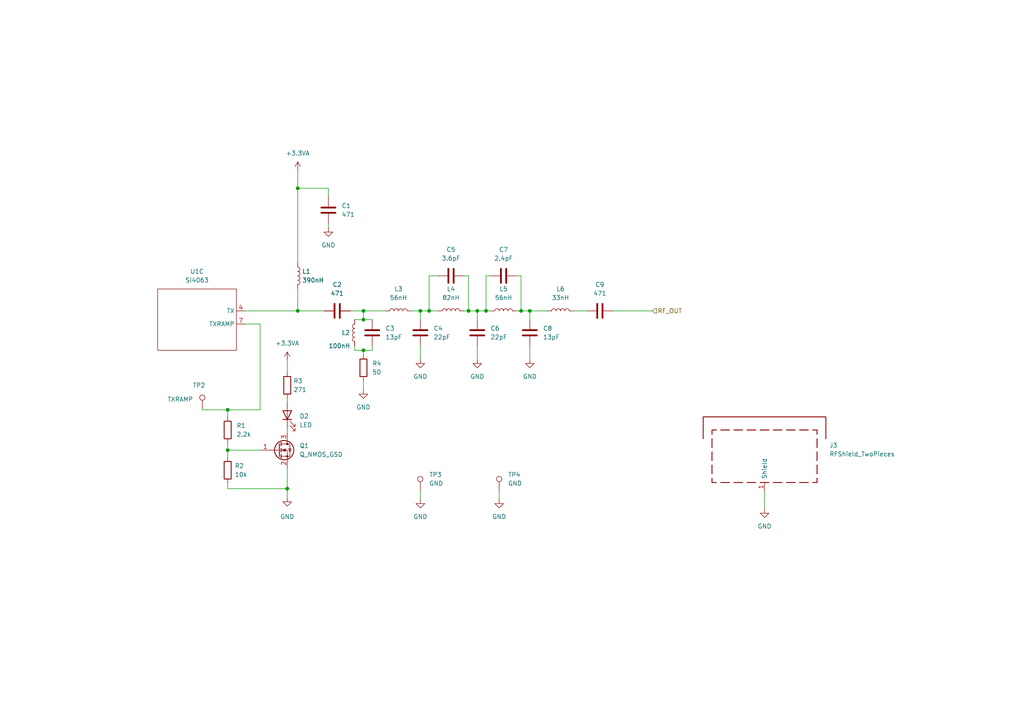
<source format=kicad_sch>
(kicad_sch (version 20211123) (generator eeschema)

  (uuid daad2d70-1883-4c92-9424-4bd12fbc072b)

  (paper "A4")

  (lib_symbols
    (symbol "Connector:TestPoint" (pin_numbers hide) (pin_names (offset 0.762) hide) (in_bom yes) (on_board yes)
      (property "Reference" "TP" (id 0) (at 0 6.858 0)
        (effects (font (size 1.27 1.27)))
      )
      (property "Value" "TestPoint" (id 1) (at 0 5.08 0)
        (effects (font (size 1.27 1.27)))
      )
      (property "Footprint" "" (id 2) (at 5.08 0 0)
        (effects (font (size 1.27 1.27)) hide)
      )
      (property "Datasheet" "~" (id 3) (at 5.08 0 0)
        (effects (font (size 1.27 1.27)) hide)
      )
      (property "ki_keywords" "test point tp" (id 4) (at 0 0 0)
        (effects (font (size 1.27 1.27)) hide)
      )
      (property "ki_description" "test point" (id 5) (at 0 0 0)
        (effects (font (size 1.27 1.27)) hide)
      )
      (property "ki_fp_filters" "Pin* Test*" (id 6) (at 0 0 0)
        (effects (font (size 1.27 1.27)) hide)
      )
      (symbol "TestPoint_0_1"
        (circle (center 0 3.302) (radius 0.762)
          (stroke (width 0) (type default) (color 0 0 0 0))
          (fill (type none))
        )
      )
      (symbol "TestPoint_1_1"
        (pin passive line (at 0 0 90) (length 2.54)
          (name "1" (effects (font (size 1.27 1.27))))
          (number "1" (effects (font (size 1.27 1.27))))
        )
      )
    )
    (symbol "Device:C" (pin_numbers hide) (pin_names (offset 0.254)) (in_bom yes) (on_board yes)
      (property "Reference" "C" (id 0) (at 0.635 2.54 0)
        (effects (font (size 1.27 1.27)) (justify left))
      )
      (property "Value" "C" (id 1) (at 0.635 -2.54 0)
        (effects (font (size 1.27 1.27)) (justify left))
      )
      (property "Footprint" "" (id 2) (at 0.9652 -3.81 0)
        (effects (font (size 1.27 1.27)) hide)
      )
      (property "Datasheet" "~" (id 3) (at 0 0 0)
        (effects (font (size 1.27 1.27)) hide)
      )
      (property "ki_keywords" "cap capacitor" (id 4) (at 0 0 0)
        (effects (font (size 1.27 1.27)) hide)
      )
      (property "ki_description" "Unpolarized capacitor" (id 5) (at 0 0 0)
        (effects (font (size 1.27 1.27)) hide)
      )
      (property "ki_fp_filters" "C_*" (id 6) (at 0 0 0)
        (effects (font (size 1.27 1.27)) hide)
      )
      (symbol "C_0_1"
        (polyline
          (pts
            (xy -2.032 -0.762)
            (xy 2.032 -0.762)
          )
          (stroke (width 0.508) (type default) (color 0 0 0 0))
          (fill (type none))
        )
        (polyline
          (pts
            (xy -2.032 0.762)
            (xy 2.032 0.762)
          )
          (stroke (width 0.508) (type default) (color 0 0 0 0))
          (fill (type none))
        )
      )
      (symbol "C_1_1"
        (pin passive line (at 0 3.81 270) (length 2.794)
          (name "~" (effects (font (size 1.27 1.27))))
          (number "1" (effects (font (size 1.27 1.27))))
        )
        (pin passive line (at 0 -3.81 90) (length 2.794)
          (name "~" (effects (font (size 1.27 1.27))))
          (number "2" (effects (font (size 1.27 1.27))))
        )
      )
    )
    (symbol "Device:L" (pin_numbers hide) (pin_names (offset 1.016) hide) (in_bom yes) (on_board yes)
      (property "Reference" "L" (id 0) (at -1.27 0 90)
        (effects (font (size 1.27 1.27)))
      )
      (property "Value" "L" (id 1) (at 1.905 0 90)
        (effects (font (size 1.27 1.27)))
      )
      (property "Footprint" "" (id 2) (at 0 0 0)
        (effects (font (size 1.27 1.27)) hide)
      )
      (property "Datasheet" "~" (id 3) (at 0 0 0)
        (effects (font (size 1.27 1.27)) hide)
      )
      (property "ki_keywords" "inductor choke coil reactor magnetic" (id 4) (at 0 0 0)
        (effects (font (size 1.27 1.27)) hide)
      )
      (property "ki_description" "Inductor" (id 5) (at 0 0 0)
        (effects (font (size 1.27 1.27)) hide)
      )
      (property "ki_fp_filters" "Choke_* *Coil* Inductor_* L_*" (id 6) (at 0 0 0)
        (effects (font (size 1.27 1.27)) hide)
      )
      (symbol "L_0_1"
        (arc (start 0 -2.54) (mid 0.635 -1.905) (end 0 -1.27)
          (stroke (width 0) (type default) (color 0 0 0 0))
          (fill (type none))
        )
        (arc (start 0 -1.27) (mid 0.635 -0.635) (end 0 0)
          (stroke (width 0) (type default) (color 0 0 0 0))
          (fill (type none))
        )
        (arc (start 0 0) (mid 0.635 0.635) (end 0 1.27)
          (stroke (width 0) (type default) (color 0 0 0 0))
          (fill (type none))
        )
        (arc (start 0 1.27) (mid 0.635 1.905) (end 0 2.54)
          (stroke (width 0) (type default) (color 0 0 0 0))
          (fill (type none))
        )
      )
      (symbol "L_1_1"
        (pin passive line (at 0 3.81 270) (length 1.27)
          (name "1" (effects (font (size 1.27 1.27))))
          (number "1" (effects (font (size 1.27 1.27))))
        )
        (pin passive line (at 0 -3.81 90) (length 1.27)
          (name "2" (effects (font (size 1.27 1.27))))
          (number "2" (effects (font (size 1.27 1.27))))
        )
      )
    )
    (symbol "Device:LED" (pin_numbers hide) (pin_names (offset 1.016) hide) (in_bom yes) (on_board yes)
      (property "Reference" "D" (id 0) (at 0 2.54 0)
        (effects (font (size 1.27 1.27)))
      )
      (property "Value" "LED" (id 1) (at 0 -2.54 0)
        (effects (font (size 1.27 1.27)))
      )
      (property "Footprint" "" (id 2) (at 0 0 0)
        (effects (font (size 1.27 1.27)) hide)
      )
      (property "Datasheet" "~" (id 3) (at 0 0 0)
        (effects (font (size 1.27 1.27)) hide)
      )
      (property "ki_keywords" "LED diode" (id 4) (at 0 0 0)
        (effects (font (size 1.27 1.27)) hide)
      )
      (property "ki_description" "Light emitting diode" (id 5) (at 0 0 0)
        (effects (font (size 1.27 1.27)) hide)
      )
      (property "ki_fp_filters" "LED* LED_SMD:* LED_THT:*" (id 6) (at 0 0 0)
        (effects (font (size 1.27 1.27)) hide)
      )
      (symbol "LED_0_1"
        (polyline
          (pts
            (xy -1.27 -1.27)
            (xy -1.27 1.27)
          )
          (stroke (width 0.254) (type default) (color 0 0 0 0))
          (fill (type none))
        )
        (polyline
          (pts
            (xy -1.27 0)
            (xy 1.27 0)
          )
          (stroke (width 0) (type default) (color 0 0 0 0))
          (fill (type none))
        )
        (polyline
          (pts
            (xy 1.27 -1.27)
            (xy 1.27 1.27)
            (xy -1.27 0)
            (xy 1.27 -1.27)
          )
          (stroke (width 0.254) (type default) (color 0 0 0 0))
          (fill (type none))
        )
        (polyline
          (pts
            (xy -3.048 -0.762)
            (xy -4.572 -2.286)
            (xy -3.81 -2.286)
            (xy -4.572 -2.286)
            (xy -4.572 -1.524)
          )
          (stroke (width 0) (type default) (color 0 0 0 0))
          (fill (type none))
        )
        (polyline
          (pts
            (xy -1.778 -0.762)
            (xy -3.302 -2.286)
            (xy -2.54 -2.286)
            (xy -3.302 -2.286)
            (xy -3.302 -1.524)
          )
          (stroke (width 0) (type default) (color 0 0 0 0))
          (fill (type none))
        )
      )
      (symbol "LED_1_1"
        (pin passive line (at -3.81 0 0) (length 2.54)
          (name "K" (effects (font (size 1.27 1.27))))
          (number "1" (effects (font (size 1.27 1.27))))
        )
        (pin passive line (at 3.81 0 180) (length 2.54)
          (name "A" (effects (font (size 1.27 1.27))))
          (number "2" (effects (font (size 1.27 1.27))))
        )
      )
    )
    (symbol "Device:Q_NMOS_GSD" (pin_names (offset 0) hide) (in_bom yes) (on_board yes)
      (property "Reference" "Q" (id 0) (at 5.08 1.27 0)
        (effects (font (size 1.27 1.27)) (justify left))
      )
      (property "Value" "Q_NMOS_GSD" (id 1) (at 5.08 -1.27 0)
        (effects (font (size 1.27 1.27)) (justify left))
      )
      (property "Footprint" "" (id 2) (at 5.08 2.54 0)
        (effects (font (size 1.27 1.27)) hide)
      )
      (property "Datasheet" "~" (id 3) (at 0 0 0)
        (effects (font (size 1.27 1.27)) hide)
      )
      (property "ki_keywords" "transistor NMOS N-MOS N-MOSFET" (id 4) (at 0 0 0)
        (effects (font (size 1.27 1.27)) hide)
      )
      (property "ki_description" "N-MOSFET transistor, gate/source/drain" (id 5) (at 0 0 0)
        (effects (font (size 1.27 1.27)) hide)
      )
      (symbol "Q_NMOS_GSD_0_1"
        (polyline
          (pts
            (xy 0.254 0)
            (xy -2.54 0)
          )
          (stroke (width 0) (type default) (color 0 0 0 0))
          (fill (type none))
        )
        (polyline
          (pts
            (xy 0.254 1.905)
            (xy 0.254 -1.905)
          )
          (stroke (width 0.254) (type default) (color 0 0 0 0))
          (fill (type none))
        )
        (polyline
          (pts
            (xy 0.762 -1.27)
            (xy 0.762 -2.286)
          )
          (stroke (width 0.254) (type default) (color 0 0 0 0))
          (fill (type none))
        )
        (polyline
          (pts
            (xy 0.762 0.508)
            (xy 0.762 -0.508)
          )
          (stroke (width 0.254) (type default) (color 0 0 0 0))
          (fill (type none))
        )
        (polyline
          (pts
            (xy 0.762 2.286)
            (xy 0.762 1.27)
          )
          (stroke (width 0.254) (type default) (color 0 0 0 0))
          (fill (type none))
        )
        (polyline
          (pts
            (xy 2.54 2.54)
            (xy 2.54 1.778)
          )
          (stroke (width 0) (type default) (color 0 0 0 0))
          (fill (type none))
        )
        (polyline
          (pts
            (xy 2.54 -2.54)
            (xy 2.54 0)
            (xy 0.762 0)
          )
          (stroke (width 0) (type default) (color 0 0 0 0))
          (fill (type none))
        )
        (polyline
          (pts
            (xy 0.762 -1.778)
            (xy 3.302 -1.778)
            (xy 3.302 1.778)
            (xy 0.762 1.778)
          )
          (stroke (width 0) (type default) (color 0 0 0 0))
          (fill (type none))
        )
        (polyline
          (pts
            (xy 1.016 0)
            (xy 2.032 0.381)
            (xy 2.032 -0.381)
            (xy 1.016 0)
          )
          (stroke (width 0) (type default) (color 0 0 0 0))
          (fill (type outline))
        )
        (polyline
          (pts
            (xy 2.794 0.508)
            (xy 2.921 0.381)
            (xy 3.683 0.381)
            (xy 3.81 0.254)
          )
          (stroke (width 0) (type default) (color 0 0 0 0))
          (fill (type none))
        )
        (polyline
          (pts
            (xy 3.302 0.381)
            (xy 2.921 -0.254)
            (xy 3.683 -0.254)
            (xy 3.302 0.381)
          )
          (stroke (width 0) (type default) (color 0 0 0 0))
          (fill (type none))
        )
        (circle (center 1.651 0) (radius 2.794)
          (stroke (width 0.254) (type default) (color 0 0 0 0))
          (fill (type none))
        )
        (circle (center 2.54 -1.778) (radius 0.254)
          (stroke (width 0) (type default) (color 0 0 0 0))
          (fill (type outline))
        )
        (circle (center 2.54 1.778) (radius 0.254)
          (stroke (width 0) (type default) (color 0 0 0 0))
          (fill (type outline))
        )
      )
      (symbol "Q_NMOS_GSD_1_1"
        (pin input line (at -5.08 0 0) (length 2.54)
          (name "G" (effects (font (size 1.27 1.27))))
          (number "1" (effects (font (size 1.27 1.27))))
        )
        (pin passive line (at 2.54 -5.08 90) (length 2.54)
          (name "S" (effects (font (size 1.27 1.27))))
          (number "2" (effects (font (size 1.27 1.27))))
        )
        (pin passive line (at 2.54 5.08 270) (length 2.54)
          (name "D" (effects (font (size 1.27 1.27))))
          (number "3" (effects (font (size 1.27 1.27))))
        )
      )
    )
    (symbol "Device:R" (pin_numbers hide) (pin_names (offset 0)) (in_bom yes) (on_board yes)
      (property "Reference" "R" (id 0) (at 2.032 0 90)
        (effects (font (size 1.27 1.27)))
      )
      (property "Value" "R" (id 1) (at 0 0 90)
        (effects (font (size 1.27 1.27)))
      )
      (property "Footprint" "" (id 2) (at -1.778 0 90)
        (effects (font (size 1.27 1.27)) hide)
      )
      (property "Datasheet" "~" (id 3) (at 0 0 0)
        (effects (font (size 1.27 1.27)) hide)
      )
      (property "ki_keywords" "R res resistor" (id 4) (at 0 0 0)
        (effects (font (size 1.27 1.27)) hide)
      )
      (property "ki_description" "Resistor" (id 5) (at 0 0 0)
        (effects (font (size 1.27 1.27)) hide)
      )
      (property "ki_fp_filters" "R_*" (id 6) (at 0 0 0)
        (effects (font (size 1.27 1.27)) hide)
      )
      (symbol "R_0_1"
        (rectangle (start -1.016 -2.54) (end 1.016 2.54)
          (stroke (width 0.254) (type default) (color 0 0 0 0))
          (fill (type none))
        )
      )
      (symbol "R_1_1"
        (pin passive line (at 0 3.81 270) (length 1.27)
          (name "~" (effects (font (size 1.27 1.27))))
          (number "1" (effects (font (size 1.27 1.27))))
        )
        (pin passive line (at 0 -3.81 90) (length 1.27)
          (name "~" (effects (font (size 1.27 1.27))))
          (number "2" (effects (font (size 1.27 1.27))))
        )
      )
    )
    (symbol "Device:RFShield_TwoPieces" (pin_names (offset 1.016)) (in_bom yes) (on_board yes)
      (property "Reference" "J3" (id 0) (at 18.796 3.1751 0)
        (effects (font (size 1.27 1.27)) (justify left))
      )
      (property "Value" "RFShield_TwoPieces" (id 1) (at 18.796 0.6351 0)
        (effects (font (size 1.27 1.27)) (justify left))
      )
      (property "Footprint" "RF_Shielding:Laird_Technologies_BMI-S-210-F_44.00x30.50mm" (id 2) (at 0 -2.54 0)
        (effects (font (size 1.27 1.27)) hide)
      )
      (property "Datasheet" "~" (id 3) (at 0 -2.54 0)
        (effects (font (size 1.27 1.27)) hide)
      )
      (property "ki_keywords" "RF EMI shielding cabinet" (id 4) (at 0 0 0)
        (effects (font (size 1.27 1.27)) hide)
      )
      (property "ki_description" "Two-piece EMI RF shielding cabinet" (id 5) (at 0 0 0)
        (effects (font (size 1.27 1.27)) hide)
      )
      (symbol "RFShield_TwoPieces_0_1"
        (polyline
          (pts
            (xy -15.24 -5.08)
            (xy -15.24 -2.54)
          )
          (stroke (width 0.254) (type default) (color 0 0 0 0))
          (fill (type none))
        )
        (polyline
          (pts
            (xy -15.24 -1.27)
            (xy -15.24 1.27)
          )
          (stroke (width 0.254) (type default) (color 0 0 0 0))
          (fill (type none))
        )
        (polyline
          (pts
            (xy -15.24 2.54)
            (xy -15.24 5.08)
          )
          (stroke (width 0.254) (type default) (color 0 0 0 0))
          (fill (type none))
        )
        (polyline
          (pts
            (xy -12.7 7.62)
            (xy -10.16 7.62)
          )
          (stroke (width 0.254) (type default) (color 0 0 0 0))
          (fill (type none))
        )
        (polyline
          (pts
            (xy -10.16 -7.62)
            (xy -12.7 -7.62)
          )
          (stroke (width 0.254) (type default) (color 0 0 0 0))
          (fill (type none))
        )
        (polyline
          (pts
            (xy -6.35 -7.62)
            (xy -8.89 -7.62)
          )
          (stroke (width 0.254) (type default) (color 0 0 0 0))
          (fill (type none))
        )
        (polyline
          (pts
            (xy -6.35 7.62)
            (xy -8.89 7.62)
          )
          (stroke (width 0.254) (type default) (color 0 0 0 0))
          (fill (type none))
        )
        (polyline
          (pts
            (xy -2.54 -7.62)
            (xy -5.08 -7.62)
          )
          (stroke (width 0.254) (type default) (color 0 0 0 0))
          (fill (type none))
        )
        (polyline
          (pts
            (xy -2.54 7.62)
            (xy -5.08 7.62)
          )
          (stroke (width 0.254) (type default) (color 0 0 0 0))
          (fill (type none))
        )
        (polyline
          (pts
            (xy -1.27 -7.62)
            (xy 1.27 -7.62)
          )
          (stroke (width 0.254) (type default) (color 0 0 0 0))
          (fill (type none))
        )
        (polyline
          (pts
            (xy 1.27 7.62)
            (xy -1.27 7.62)
          )
          (stroke (width 0.254) (type default) (color 0 0 0 0))
          (fill (type none))
        )
        (polyline
          (pts
            (xy 2.54 -7.62)
            (xy 5.08 -7.62)
          )
          (stroke (width 0.254) (type default) (color 0 0 0 0))
          (fill (type none))
        )
        (polyline
          (pts
            (xy 5.08 7.62)
            (xy 2.54 7.62)
          )
          (stroke (width 0.254) (type default) (color 0 0 0 0))
          (fill (type none))
        )
        (polyline
          (pts
            (xy 6.35 -7.62)
            (xy 8.89 -7.62)
          )
          (stroke (width 0.254) (type default) (color 0 0 0 0))
          (fill (type none))
        )
        (polyline
          (pts
            (xy 8.89 7.62)
            (xy 6.35 7.62)
          )
          (stroke (width 0.254) (type default) (color 0 0 0 0))
          (fill (type none))
        )
        (polyline
          (pts
            (xy 10.16 -7.62)
            (xy 12.7 -7.62)
          )
          (stroke (width 0.254) (type default) (color 0 0 0 0))
          (fill (type none))
        )
        (polyline
          (pts
            (xy 12.7 7.62)
            (xy 10.16 7.62)
          )
          (stroke (width 0.254) (type default) (color 0 0 0 0))
          (fill (type none))
        )
        (polyline
          (pts
            (xy 15.24 -5.08)
            (xy 15.24 -2.54)
          )
          (stroke (width 0.254) (type default) (color 0 0 0 0))
          (fill (type none))
        )
        (polyline
          (pts
            (xy 15.24 -1.27)
            (xy 15.24 1.27)
          )
          (stroke (width 0.254) (type default) (color 0 0 0 0))
          (fill (type none))
        )
        (polyline
          (pts
            (xy 15.24 2.54)
            (xy 15.24 5.08)
          )
          (stroke (width 0.254) (type default) (color 0 0 0 0))
          (fill (type none))
        )
        (polyline
          (pts
            (xy -15.24 6.35)
            (xy -15.24 7.62)
            (xy -13.97 7.62)
          )
          (stroke (width 0.254) (type default) (color 0 0 0 0))
          (fill (type none))
        )
        (polyline
          (pts
            (xy -13.97 -7.62)
            (xy -15.24 -7.62)
            (xy -15.24 -6.35)
          )
          (stroke (width 0.254) (type default) (color 0 0 0 0))
          (fill (type none))
        )
        (polyline
          (pts
            (xy 13.97 -7.62)
            (xy 15.24 -7.62)
            (xy 15.24 -6.35)
          )
          (stroke (width 0.254) (type default) (color 0 0 0 0))
          (fill (type none))
        )
        (polyline
          (pts
            (xy 15.24 6.35)
            (xy 15.24 7.62)
            (xy 13.97 7.62)
          )
          (stroke (width 0.254) (type default) (color 0 0 0 0))
          (fill (type none))
        )
        (polyline
          (pts
            (xy -17.78 5.08)
            (xy -17.78 11.43)
            (xy 17.78 11.43)
            (xy 17.78 5.08)
          )
          (stroke (width 0.254) (type default) (color 0 0 0 0))
          (fill (type none))
        )
      )
      (symbol "RFShield_TwoPieces_1_1"
        (pin passive line (at 0 -10.16 90) (length 2.54)
          (name "Shield" (effects (font (size 1.27 1.27))))
          (number "1" (effects (font (size 1.27 1.27))))
        )
      )
    )
    (symbol "My_Library2:Si4063" (in_bom yes) (on_board yes)
      (property "Reference" "U" (id 0) (at 0 1.27 0)
        (effects (font (size 1.27 1.27)))
      )
      (property "Value" "Si4063" (id 1) (at -1.27 -1.27 0)
        (effects (font (size 1.27 1.27)))
      )
      (property "Footprint" "" (id 2) (at 0 2.54 0)
        (effects (font (size 1.27 1.27)) hide)
      )
      (property "Datasheet" "" (id 3) (at 0 2.54 0)
        (effects (font (size 1.27 1.27)) hide)
      )
      (symbol "Si4063_0_1"
        (rectangle (start -11.43 8.89) (end 11.43 -8.89)
          (stroke (width 0) (type default) (color 0 0 0 0))
          (fill (type none))
        )
      )
      (symbol "Si4063_1_1"
        (pin input line (at -13.97 6.35 0) (length 2.54)
          (name "SDN" (effects (font (size 1.27 1.27))))
          (number "1" (effects (font (size 1.27 1.27))))
        )
        (pin bidirectional line (at 13.97 -1.27 180) (length 2.54)
          (name "GPIO1" (effects (font (size 1.27 1.27))))
          (number "10" (effects (font (size 1.27 1.27))))
        )
        (pin output line (at 13.97 6.35 180) (length 2.54)
          (name "nIRQ" (effects (font (size 1.27 1.27))))
          (number "11" (effects (font (size 1.27 1.27))))
        )
        (pin input line (at -13.97 1.27 0) (length 2.54)
          (name "SCLK" (effects (font (size 1.27 1.27))))
          (number "12" (effects (font (size 1.27 1.27))))
        )
        (pin output line (at -13.97 -1.27 0) (length 2.54)
          (name "SDO" (effects (font (size 1.27 1.27))))
          (number "13" (effects (font (size 1.27 1.27))))
        )
        (pin input line (at -13.97 -3.81 0) (length 2.54)
          (name "SDI" (effects (font (size 1.27 1.27))))
          (number "14" (effects (font (size 1.27 1.27))))
        )
        (pin input line (at -13.97 -6.35 0) (length 2.54)
          (name "nSEL" (effects (font (size 1.27 1.27))))
          (number "15" (effects (font (size 1.27 1.27))))
        )
        (pin bidirectional line (at 13.97 -3.81 180) (length 2.54)
          (name "GPIO2" (effects (font (size 1.27 1.27))))
          (number "19" (effects (font (size 1.27 1.27))))
        )
        (pin bidirectional line (at 13.97 -6.35 180) (length 2.54)
          (name "GPIO3" (effects (font (size 1.27 1.27))))
          (number "20" (effects (font (size 1.27 1.27))))
        )
        (pin bidirectional line (at 13.97 1.27 180) (length 2.54)
          (name "GPIO0" (effects (font (size 1.27 1.27))))
          (number "9" (effects (font (size 1.27 1.27))))
        )
      )
      (symbol "Si4063_2_1"
        (pin output line (at -13.97 0 0) (length 2.54)
          (name "XOUT" (effects (font (size 1.27 1.27))))
          (number "16" (effects (font (size 1.27 1.27))))
        )
        (pin input line (at -13.97 2.54 0) (length 2.54)
          (name "XIN" (effects (font (size 1.27 1.27))))
          (number "17" (effects (font (size 1.27 1.27))))
        )
        (pin power_in line (at 5.08 -11.43 90) (length 2.54)
          (name "GND" (effects (font (size 1.27 1.27))))
          (number "18" (effects (font (size 1.27 1.27))))
        )
        (pin no_connect line (at -7.62 -11.43 90) (length 2.54)
          (name "NC" (effects (font (size 1.27 1.27))))
          (number "2" (effects (font (size 1.27 1.27))))
        )
        (pin no_connect line (at -5.08 -11.43 90) (length 2.54)
          (name "NC" (effects (font (size 1.27 1.27))))
          (number "3" (effects (font (size 1.27 1.27))))
        )
        (pin input line (at 0 -11.43 90) (length 2.54)
          (name "NC" (effects (font (size 1.27 1.27))))
          (number "5" (effects (font (size 1.27 1.27))))
        )
        (pin power_in line (at -5.08 11.43 270) (length 2.54)
          (name "VDD" (effects (font (size 1.27 1.27))))
          (number "6" (effects (font (size 1.27 1.27))))
        )
        (pin power_in line (at -2.54 11.43 270) (length 2.54)
          (name "VDD" (effects (font (size 1.27 1.27))))
          (number "8" (effects (font (size 1.27 1.27))))
        )
        (pin power_in line (at 8.89 -11.43 90) (length 2.54)
          (name "PADDLE" (effects (font (size 1.27 1.27))))
          (number "PKG" (effects (font (size 1.27 1.27))))
        )
      )
      (symbol "Si4063_3_1"
        (pin output line (at 13.97 2.54 180) (length 2.54)
          (name "TX" (effects (font (size 1.27 1.27))))
          (number "4" (effects (font (size 1.27 1.27))))
        )
        (pin output line (at 13.97 -1.27 180) (length 2.54)
          (name "TXRAMP" (effects (font (size 1.27 1.27))))
          (number "7" (effects (font (size 1.27 1.27))))
        )
      )
    )
    (symbol "power:+3.3VA" (power) (pin_names (offset 0)) (in_bom yes) (on_board yes)
      (property "Reference" "#PWR" (id 0) (at 0 -3.81 0)
        (effects (font (size 1.27 1.27)) hide)
      )
      (property "Value" "+3.3VA" (id 1) (at 0 3.556 0)
        (effects (font (size 1.27 1.27)))
      )
      (property "Footprint" "" (id 2) (at 0 0 0)
        (effects (font (size 1.27 1.27)) hide)
      )
      (property "Datasheet" "" (id 3) (at 0 0 0)
        (effects (font (size 1.27 1.27)) hide)
      )
      (property "ki_keywords" "power-flag" (id 4) (at 0 0 0)
        (effects (font (size 1.27 1.27)) hide)
      )
      (property "ki_description" "Power symbol creates a global label with name \"+3.3VA\"" (id 5) (at 0 0 0)
        (effects (font (size 1.27 1.27)) hide)
      )
      (symbol "+3.3VA_0_1"
        (polyline
          (pts
            (xy -0.762 1.27)
            (xy 0 2.54)
          )
          (stroke (width 0) (type default) (color 0 0 0 0))
          (fill (type none))
        )
        (polyline
          (pts
            (xy 0 0)
            (xy 0 2.54)
          )
          (stroke (width 0) (type default) (color 0 0 0 0))
          (fill (type none))
        )
        (polyline
          (pts
            (xy 0 2.54)
            (xy 0.762 1.27)
          )
          (stroke (width 0) (type default) (color 0 0 0 0))
          (fill (type none))
        )
      )
      (symbol "+3.3VA_1_1"
        (pin power_in line (at 0 0 90) (length 0) hide
          (name "+3.3VA" (effects (font (size 1.27 1.27))))
          (number "1" (effects (font (size 1.27 1.27))))
        )
      )
    )
    (symbol "power:GND" (power) (pin_names (offset 0)) (in_bom yes) (on_board yes)
      (property "Reference" "#PWR" (id 0) (at 0 -6.35 0)
        (effects (font (size 1.27 1.27)) hide)
      )
      (property "Value" "GND" (id 1) (at 0 -3.81 0)
        (effects (font (size 1.27 1.27)))
      )
      (property "Footprint" "" (id 2) (at 0 0 0)
        (effects (font (size 1.27 1.27)) hide)
      )
      (property "Datasheet" "" (id 3) (at 0 0 0)
        (effects (font (size 1.27 1.27)) hide)
      )
      (property "ki_keywords" "power-flag" (id 4) (at 0 0 0)
        (effects (font (size 1.27 1.27)) hide)
      )
      (property "ki_description" "Power symbol creates a global label with name \"GND\" , ground" (id 5) (at 0 0 0)
        (effects (font (size 1.27 1.27)) hide)
      )
      (symbol "GND_0_1"
        (polyline
          (pts
            (xy 0 0)
            (xy 0 -1.27)
            (xy 1.27 -1.27)
            (xy 0 -2.54)
            (xy -1.27 -1.27)
            (xy 0 -1.27)
          )
          (stroke (width 0) (type default) (color 0 0 0 0))
          (fill (type none))
        )
      )
      (symbol "GND_1_1"
        (pin power_in line (at 0 0 270) (length 0) hide
          (name "GND" (effects (font (size 1.27 1.27))))
          (number "1" (effects (font (size 1.27 1.27))))
        )
      )
    )
  )

  (junction (at 121.92 90.17) (diameter 0) (color 0 0 0 0)
    (uuid 0a4ff4af-a0bd-4800-9450-e8abf457521f)
  )
  (junction (at 140.97 90.17) (diameter 0) (color 0 0 0 0)
    (uuid 0a5e9949-a51f-49d5-bba9-47733ca7ad39)
  )
  (junction (at 151.13 90.17) (diameter 0) (color 0 0 0 0)
    (uuid 1dbd7780-908c-4b39-8bc7-b45a048da4fc)
  )
  (junction (at 86.36 54.61) (diameter 0) (color 0 0 0 0)
    (uuid 29a5dbe2-d758-4686-908f-b2995eab18fb)
  )
  (junction (at 153.67 90.17) (diameter 0) (color 0 0 0 0)
    (uuid 30f604c2-207c-43be-b07c-b0545e049516)
  )
  (junction (at 86.36 90.17) (diameter 0) (color 0 0 0 0)
    (uuid 420e44f3-07c2-4b24-a9a8-343123dceb6d)
  )
  (junction (at 105.41 90.17) (diameter 0) (color 0 0 0 0)
    (uuid 64085320-7891-4b59-8dad-2889e619957e)
  )
  (junction (at 138.43 90.17) (diameter 0) (color 0 0 0 0)
    (uuid 7ff75b93-fa57-4cb5-b42e-0ae01da47d0a)
  )
  (junction (at 124.46 90.17) (diameter 0) (color 0 0 0 0)
    (uuid 9397174a-8e94-478e-820b-7573e480cd33)
  )
  (junction (at 105.41 92.71) (diameter 0) (color 0 0 0 0)
    (uuid 9c818154-d0d9-4270-b1a4-0da618e5431a)
  )
  (junction (at 66.04 130.556) (diameter 0) (color 0 0 0 0)
    (uuid a26f00c2-7b1d-413d-bf06-9d7ccac14139)
  )
  (junction (at 105.41 101.6) (diameter 0) (color 0 0 0 0)
    (uuid a845a38f-b4e4-4c23-9ea2-8976943e8ec7)
  )
  (junction (at 66.04 118.872) (diameter 0) (color 0 0 0 0)
    (uuid df6dfc61-2fb1-4614-90bd-99d03c04a072)
  )
  (junction (at 135.89 90.17) (diameter 0) (color 0 0 0 0)
    (uuid e8cc6529-894c-48e6-8766-4d2613d9184d)
  )
  (junction (at 83.312 141.732) (diameter 0) (color 0 0 0 0)
    (uuid f7d57b30-0163-4ad3-8721-7f8f70c6d4f9)
  )

  (wire (pts (xy 83.312 141.732) (xy 83.312 144.272))
    (stroke (width 0) (type default) (color 0 0 0 0))
    (uuid 04bf24e3-688e-4f6b-8f86-cdb36e214dac)
  )
  (wire (pts (xy 124.46 80.01) (xy 124.46 90.17))
    (stroke (width 0) (type default) (color 0 0 0 0))
    (uuid 0737b11c-482d-4164-95a5-3469c252a277)
  )
  (wire (pts (xy 105.41 110.49) (xy 105.41 113.03))
    (stroke (width 0) (type default) (color 0 0 0 0))
    (uuid 07af717d-13a4-4135-b58b-3e1765db29eb)
  )
  (wire (pts (xy 138.43 90.17) (xy 140.97 90.17))
    (stroke (width 0) (type default) (color 0 0 0 0))
    (uuid 091c233b-4b11-4b83-bbb7-d061d3fa476f)
  )
  (wire (pts (xy 102.87 101.6) (xy 105.41 101.6))
    (stroke (width 0) (type default) (color 0 0 0 0))
    (uuid 0b86030a-37d4-4de5-b017-767f20e5c8cb)
  )
  (wire (pts (xy 95.25 64.77) (xy 95.25 66.04))
    (stroke (width 0) (type default) (color 0 0 0 0))
    (uuid 0d6df314-a605-4854-bd15-0663eb6e509f)
  )
  (wire (pts (xy 66.04 118.872) (xy 75.438 118.872))
    (stroke (width 0) (type default) (color 0 0 0 0))
    (uuid 12764181-09ab-4af6-bbca-d38f30563a5b)
  )
  (wire (pts (xy 153.67 100.33) (xy 153.67 104.14))
    (stroke (width 0) (type default) (color 0 0 0 0))
    (uuid 141fdd12-60c7-48bb-b1c0-410f478db64e)
  )
  (wire (pts (xy 83.312 115.57) (xy 83.312 116.586))
    (stroke (width 0) (type default) (color 0 0 0 0))
    (uuid 1a7849d7-bf82-4034-a684-c921ae24f31a)
  )
  (wire (pts (xy 119.38 90.17) (xy 121.92 90.17))
    (stroke (width 0) (type default) (color 0 0 0 0))
    (uuid 1b3ad0de-b29c-4280-9ce4-5301dea78f7d)
  )
  (wire (pts (xy 149.86 80.01) (xy 151.13 80.01))
    (stroke (width 0) (type default) (color 0 0 0 0))
    (uuid 2225b722-1600-4085-bb0c-24db953d9018)
  )
  (wire (pts (xy 135.89 80.01) (xy 135.89 90.17))
    (stroke (width 0) (type default) (color 0 0 0 0))
    (uuid 32cce22c-17fb-4762-8d06-d1e80f0ad77b)
  )
  (wire (pts (xy 121.92 90.17) (xy 121.92 92.71))
    (stroke (width 0) (type default) (color 0 0 0 0))
    (uuid 3408a4ad-184e-466d-ac61-7d244e99f1d3)
  )
  (wire (pts (xy 95.25 54.61) (xy 86.36 54.61))
    (stroke (width 0) (type default) (color 0 0 0 0))
    (uuid 34ce90db-2ed4-4868-be09-6034e428e4e6)
  )
  (wire (pts (xy 102.87 92.71) (xy 105.41 92.71))
    (stroke (width 0) (type default) (color 0 0 0 0))
    (uuid 36b44832-2435-4de1-862c-b9edc6827371)
  )
  (wire (pts (xy 140.97 90.17) (xy 142.24 90.17))
    (stroke (width 0) (type default) (color 0 0 0 0))
    (uuid 3d20c4da-0b14-4dbe-8459-e759c97b5a94)
  )
  (wire (pts (xy 105.41 92.71) (xy 107.95 92.71))
    (stroke (width 0) (type default) (color 0 0 0 0))
    (uuid 3e58a942-2059-4499-afb7-f3587af4120b)
  )
  (wire (pts (xy 66.04 130.556) (xy 75.692 130.556))
    (stroke (width 0) (type default) (color 0 0 0 0))
    (uuid 3fabb787-31c4-4bb4-9980-743bad4fe42d)
  )
  (wire (pts (xy 75.438 93.98) (xy 75.438 118.872))
    (stroke (width 0) (type default) (color 0 0 0 0))
    (uuid 41a3d7a8-6166-4dcc-bd70-02425bf085d0)
  )
  (wire (pts (xy 140.97 90.17) (xy 140.97 80.01))
    (stroke (width 0) (type default) (color 0 0 0 0))
    (uuid 44365847-4c26-499f-bb21-ca530895a404)
  )
  (wire (pts (xy 121.92 142.24) (xy 121.92 144.78))
    (stroke (width 0) (type default) (color 0 0 0 0))
    (uuid 44732221-c4df-44fe-8d36-90d52793c650)
  )
  (wire (pts (xy 134.62 80.01) (xy 135.89 80.01))
    (stroke (width 0) (type default) (color 0 0 0 0))
    (uuid 47b599d0-4948-43fb-81ba-271909ec40f2)
  )
  (wire (pts (xy 101.6 90.17) (xy 105.41 90.17))
    (stroke (width 0) (type default) (color 0 0 0 0))
    (uuid 483c2061-793e-48f6-bc44-f6e51099a7dd)
  )
  (wire (pts (xy 107.95 101.6) (xy 107.95 100.33))
    (stroke (width 0) (type default) (color 0 0 0 0))
    (uuid 4fac4828-47bf-48ff-a95e-e8015fe3cb78)
  )
  (wire (pts (xy 86.36 83.82) (xy 86.36 90.17))
    (stroke (width 0) (type default) (color 0 0 0 0))
    (uuid 503a606d-1650-4ce3-beba-9192f27dcc06)
  )
  (wire (pts (xy 66.04 141.732) (xy 83.312 141.732))
    (stroke (width 0) (type default) (color 0 0 0 0))
    (uuid 5116634f-60f3-4fbd-bce5-1665ec0c8ba1)
  )
  (wire (pts (xy 105.41 90.17) (xy 105.41 92.71))
    (stroke (width 0) (type default) (color 0 0 0 0))
    (uuid 51dd32e5-a0de-4cba-8a22-fdbec210c709)
  )
  (wire (pts (xy 144.78 142.24) (xy 144.78 144.78))
    (stroke (width 0) (type default) (color 0 0 0 0))
    (uuid 51f4a6b8-1130-4514-b5bf-b372355bbac4)
  )
  (wire (pts (xy 66.04 130.556) (xy 66.04 132.588))
    (stroke (width 0) (type default) (color 0 0 0 0))
    (uuid 530abbcd-3d1d-4473-a281-7936dad950f6)
  )
  (wire (pts (xy 105.41 101.6) (xy 105.41 102.87))
    (stroke (width 0) (type default) (color 0 0 0 0))
    (uuid 5f1a5417-f899-4c4f-8f15-9bf59f931f9c)
  )
  (wire (pts (xy 151.13 90.17) (xy 153.67 90.17))
    (stroke (width 0) (type default) (color 0 0 0 0))
    (uuid 63c3ddaa-2e8f-4827-90e8-3417dc02ae84)
  )
  (wire (pts (xy 83.312 104.648) (xy 83.312 107.95))
    (stroke (width 0) (type default) (color 0 0 0 0))
    (uuid 640538f5-8366-4625-902c-b1395e6930ce)
  )
  (wire (pts (xy 153.67 90.17) (xy 158.75 90.17))
    (stroke (width 0) (type default) (color 0 0 0 0))
    (uuid 690b6254-f73e-4ca2-a817-cefd5a3688f9)
  )
  (wire (pts (xy 149.86 90.17) (xy 151.13 90.17))
    (stroke (width 0) (type default) (color 0 0 0 0))
    (uuid 6a1c2b03-0af5-4b60-a63d-dd3db7646771)
  )
  (wire (pts (xy 221.742 142.494) (xy 221.742 147.574))
    (stroke (width 0) (type default) (color 0 0 0 0))
    (uuid 6b935120-52b0-4099-860b-db17eee393f9)
  )
  (wire (pts (xy 66.04 118.872) (xy 66.04 120.904))
    (stroke (width 0) (type default) (color 0 0 0 0))
    (uuid 71a39ed2-4a46-4895-8a78-365844066cd2)
  )
  (wire (pts (xy 86.36 49.53) (xy 86.36 54.61))
    (stroke (width 0) (type default) (color 0 0 0 0))
    (uuid 75310c93-83ed-4ad2-b8cb-0f1c110cda2c)
  )
  (wire (pts (xy 151.13 80.01) (xy 151.13 90.17))
    (stroke (width 0) (type default) (color 0 0 0 0))
    (uuid 7ad47b56-5bc9-4139-adf3-61d2007e2a1a)
  )
  (wire (pts (xy 140.97 80.01) (xy 142.24 80.01))
    (stroke (width 0) (type default) (color 0 0 0 0))
    (uuid 80e032d9-90fa-42ab-a32e-b0b5744ef982)
  )
  (wire (pts (xy 95.25 57.15) (xy 95.25 54.61))
    (stroke (width 0) (type default) (color 0 0 0 0))
    (uuid 84d2f826-06bf-4354-8982-e06fc0b905fe)
  )
  (wire (pts (xy 66.04 118.872) (xy 58.674 118.872))
    (stroke (width 0) (type default) (color 0 0 0 0))
    (uuid 8fae1479-c828-4669-978f-ccbf7cc2fee4)
  )
  (wire (pts (xy 83.312 124.206) (xy 83.312 125.476))
    (stroke (width 0) (type default) (color 0 0 0 0))
    (uuid 93283b92-1959-4901-a3b8-c20c6277806b)
  )
  (wire (pts (xy 102.87 100.33) (xy 102.87 101.6))
    (stroke (width 0) (type default) (color 0 0 0 0))
    (uuid a83e4dea-a02b-4ee7-80aa-494c1b33e6d4)
  )
  (wire (pts (xy 138.43 90.17) (xy 138.43 92.71))
    (stroke (width 0) (type default) (color 0 0 0 0))
    (uuid b66dbd74-0178-487d-8b8a-6c4be8673679)
  )
  (wire (pts (xy 134.62 90.17) (xy 135.89 90.17))
    (stroke (width 0) (type default) (color 0 0 0 0))
    (uuid b8e1990d-ddc5-45cd-a3d1-46661b973d28)
  )
  (wire (pts (xy 121.92 100.33) (xy 121.92 104.14))
    (stroke (width 0) (type default) (color 0 0 0 0))
    (uuid b8ee26b8-9ad6-4713-b780-7d2a29a49035)
  )
  (wire (pts (xy 138.43 100.33) (xy 138.43 104.14))
    (stroke (width 0) (type default) (color 0 0 0 0))
    (uuid ba6a3e09-177c-4187-b555-3d2c41218e21)
  )
  (wire (pts (xy 124.46 90.17) (xy 127 90.17))
    (stroke (width 0) (type default) (color 0 0 0 0))
    (uuid cbe45b3f-369c-409e-8126-0a799cbbad6c)
  )
  (wire (pts (xy 177.8 90.17) (xy 189.23 90.17))
    (stroke (width 0) (type default) (color 0 0 0 0))
    (uuid cd545f45-7d37-4454-a727-3317a969e13a)
  )
  (wire (pts (xy 105.41 101.6) (xy 107.95 101.6))
    (stroke (width 0) (type default) (color 0 0 0 0))
    (uuid cd8e7bc5-f212-462b-8acb-d8d860c07073)
  )
  (wire (pts (xy 135.89 90.17) (xy 138.43 90.17))
    (stroke (width 0) (type default) (color 0 0 0 0))
    (uuid ce46f974-4e56-49fd-a66d-be98cfb7a086)
  )
  (wire (pts (xy 105.41 90.17) (xy 111.76 90.17))
    (stroke (width 0) (type default) (color 0 0 0 0))
    (uuid d190ba1b-5049-4976-96cd-495f95b35eed)
  )
  (wire (pts (xy 66.04 140.208) (xy 66.04 141.732))
    (stroke (width 0) (type default) (color 0 0 0 0))
    (uuid d46ec202-9926-4cfb-b9ac-4d5ff6380259)
  )
  (wire (pts (xy 86.36 90.17) (xy 93.98 90.17))
    (stroke (width 0) (type default) (color 0 0 0 0))
    (uuid d7b4556b-048e-4f28-8bd1-ee8a1fc73c6a)
  )
  (wire (pts (xy 71.12 90.17) (xy 86.36 90.17))
    (stroke (width 0) (type default) (color 0 0 0 0))
    (uuid dc747812-350f-4e4a-a7fd-589407947379)
  )
  (wire (pts (xy 166.37 90.17) (xy 170.18 90.17))
    (stroke (width 0) (type default) (color 0 0 0 0))
    (uuid e03ee0ea-1af0-4ccd-8472-ccca41036a61)
  )
  (wire (pts (xy 71.12 93.98) (xy 75.438 93.98))
    (stroke (width 0) (type default) (color 0 0 0 0))
    (uuid ea3321b7-63bb-4036-8b13-24f161aed65d)
  )
  (wire (pts (xy 83.312 135.636) (xy 83.312 141.732))
    (stroke (width 0) (type default) (color 0 0 0 0))
    (uuid ec849ebb-b90b-4e10-86d9-89056977d626)
  )
  (wire (pts (xy 66.04 128.524) (xy 66.04 130.556))
    (stroke (width 0) (type default) (color 0 0 0 0))
    (uuid edb5853c-3a48-45e7-b636-da15e074b920)
  )
  (wire (pts (xy 121.92 90.17) (xy 124.46 90.17))
    (stroke (width 0) (type default) (color 0 0 0 0))
    (uuid f27eb424-a780-41d5-bc53-57d9d5abba4b)
  )
  (wire (pts (xy 127 80.01) (xy 124.46 80.01))
    (stroke (width 0) (type default) (color 0 0 0 0))
    (uuid f7073af4-c733-4ea6-b41e-41c29821809a)
  )
  (wire (pts (xy 86.36 54.61) (xy 86.36 76.2))
    (stroke (width 0) (type default) (color 0 0 0 0))
    (uuid fad26224-3d72-4a4c-851a-21595ad36285)
  )
  (wire (pts (xy 58.674 118.618) (xy 58.674 118.872))
    (stroke (width 0) (type default) (color 0 0 0 0))
    (uuid fceecc37-f44d-4e41-a17c-be89164c68ca)
  )
  (wire (pts (xy 153.67 90.17) (xy 153.67 92.71))
    (stroke (width 0) (type default) (color 0 0 0 0))
    (uuid fe00089f-f58d-4239-a3a6-8ceb814c5ebb)
  )

  (hierarchical_label "RF_OUT" (shape input) (at 189.23 90.17 0)
    (effects (font (size 1.27 1.27)) (justify left))
    (uuid b83eb50b-130e-414e-a4e2-cc82c94ca75d)
  )

  (symbol (lib_id "My_Library2:Si4063") (at 57.15 92.71 0) (unit 3)
    (in_bom yes) (on_board yes) (fields_autoplaced)
    (uuid 070cfea8-7c87-43f5-ab21-23d5616c6a68)
    (property "Reference" "U1" (id 0) (at 57.15 78.74 0))
    (property "Value" "Si4063" (id 1) (at 57.15 81.28 0))
    (property "Footprint" "Package_DFN_QFN:QFN-20-1EP_4x4mm_P0.5mm_EP2.6x2.6mm" (id 2) (at 57.15 90.17 0)
      (effects (font (size 1.27 1.27)) hide)
    )
    (property "Datasheet" "" (id 3) (at 57.15 90.17 0)
      (effects (font (size 1.27 1.27)) hide)
    )
    (pin "1" (uuid e68ae581-d9d6-42ec-a9ab-733e3b7b2d3b))
    (pin "10" (uuid 8383818f-4abe-44dd-a5c8-a49050e5f12f))
    (pin "11" (uuid e8d46c95-ce27-4c35-bbcf-26517acdff1f))
    (pin "12" (uuid 6dda8d62-4c25-4a9c-b43f-144c509005a6))
    (pin "13" (uuid 9829c2ac-057a-4324-a17b-92efaa890cf3))
    (pin "14" (uuid ad15e11f-22e1-4415-8c30-89b2ad6c7d66))
    (pin "15" (uuid 6dbff276-7d6a-428c-91fc-040be8666787))
    (pin "19" (uuid edccb030-ab4d-4607-8d82-7d4a016c37f3))
    (pin "20" (uuid b1dcc04b-106c-44ce-b192-80954cb3376b))
    (pin "9" (uuid 59b2d506-c5c9-458b-bb1d-d78939fcf6c3))
    (pin "16" (uuid 534fbf6b-f3fe-48b5-823b-873993ffbec4))
    (pin "17" (uuid 97b9bb95-46e5-4edd-bd71-aa52708d95a8))
    (pin "18" (uuid 73dfa0f3-bf7e-49ee-950d-c108fdb11e96))
    (pin "2" (uuid d1f6f5ee-0c07-43ec-a876-c07a94fca033))
    (pin "3" (uuid 2372ce15-1798-43c5-abfc-24e9f5122b78))
    (pin "5" (uuid bc69d703-30ca-4dcf-909a-e7d0df8ae605))
    (pin "6" (uuid cec72300-9940-4681-aa78-99a9dd2f3328))
    (pin "8" (uuid ded4619f-35c0-41e3-8d24-b8aa35921b4c))
    (pin "PKG" (uuid 8d81365d-7d5c-47e3-94a9-0b0bafdce977))
    (pin "4" (uuid 9a8dde90-ac5b-465b-934e-5be3e6f0b6db))
    (pin "7" (uuid 0a6a423c-8237-40d5-931e-81fea367995f))
  )

  (symbol (lib_id "power:GND") (at 138.43 104.14 0) (unit 1)
    (in_bom yes) (on_board yes) (fields_autoplaced)
    (uuid 072d3c56-a297-4e68-958e-71940e431294)
    (property "Reference" "#PWR013" (id 0) (at 138.43 110.49 0)
      (effects (font (size 1.27 1.27)) hide)
    )
    (property "Value" "GND" (id 1) (at 138.43 109.22 0))
    (property "Footprint" "" (id 2) (at 138.43 104.14 0)
      (effects (font (size 1.27 1.27)) hide)
    )
    (property "Datasheet" "" (id 3) (at 138.43 104.14 0)
      (effects (font (size 1.27 1.27)) hide)
    )
    (pin "1" (uuid 77cd53ea-9994-474d-8137-9bee351092df))
  )

  (symbol (lib_id "power:GND") (at 221.742 147.574 0) (unit 1)
    (in_bom yes) (on_board yes) (fields_autoplaced)
    (uuid 0ab8128c-f4ec-479d-b65f-4ea15cc1355c)
    (property "Reference" "#PWR016" (id 0) (at 221.742 153.924 0)
      (effects (font (size 1.27 1.27)) hide)
    )
    (property "Value" "GND" (id 1) (at 221.742 152.654 0))
    (property "Footprint" "" (id 2) (at 221.742 147.574 0)
      (effects (font (size 1.27 1.27)) hide)
    )
    (property "Datasheet" "" (id 3) (at 221.742 147.574 0)
      (effects (font (size 1.27 1.27)) hide)
    )
    (pin "1" (uuid f034348b-40cf-4826-8587-1ad08b821925))
  )

  (symbol (lib_id "Device:L") (at 146.05 90.17 90) (unit 1)
    (in_bom yes) (on_board yes) (fields_autoplaced)
    (uuid 102ffdc0-0037-4c0e-881e-647cd229b6ab)
    (property "Reference" "L5" (id 0) (at 146.05 83.82 90))
    (property "Value" "56nH" (id 1) (at 146.05 86.36 90))
    (property "Footprint" "Inductor_SMD:L_0603_1608Metric_Pad1.05x0.95mm_HandSolder" (id 2) (at 146.05 90.17 0)
      (effects (font (size 1.27 1.27)) hide)
    )
    (property "Datasheet" "" (id 3) (at 146.05 90.17 0)
      (effects (font (size 1.27 1.27)) hide)
    )
    (property "Datasheet" "~" (id 4) (at 146.05 90.17 0)
      (effects (font (size 1.27 1.27)) hide)
    )
    (property "Footprint" "Inductor_SMD:L_0603_1608Metric_Pad1.05x0.95mm_HandSolder" (id 5) (at 146.05 90.17 0)
      (effects (font (size 1.27 1.27)) hide)
    )
    (property "Reference" "L?" (id 6) (at 146.05 90.17 0)
      (effects (font (size 1.27 1.27)) hide)
    )
    (property "Value" "56nH" (id 7) (at 146.05 90.17 0)
      (effects (font (size 1.27 1.27)) hide)
    )
    (pin "1" (uuid 2d15379a-c0a9-4dcc-ae2b-838794c211ae))
    (pin "2" (uuid bfc8132c-8037-41f1-a6c5-6174284998bb))
  )

  (symbol (lib_id "Device:LED") (at 83.312 120.396 90) (unit 1)
    (in_bom yes) (on_board yes) (fields_autoplaced)
    (uuid 196ad2a0-dc9c-4662-835f-04e206396281)
    (property "Reference" "D2" (id 0) (at 86.868 120.7134 90)
      (effects (font (size 1.27 1.27)) (justify right))
    )
    (property "Value" "LED" (id 1) (at 86.868 123.2534 90)
      (effects (font (size 1.27 1.27)) (justify right))
    )
    (property "Footprint" "Diode_SMD:D_0603_1608Metric_Pad1.05x0.95mm_HandSolder" (id 2) (at 83.312 120.396 0)
      (effects (font (size 1.27 1.27)) hide)
    )
    (property "Datasheet" "" (id 3) (at 83.312 120.396 0)
      (effects (font (size 1.27 1.27)) hide)
    )
    (property "Datasheet" "~" (id 4) (at 83.312 120.396 0)
      (effects (font (size 1.27 1.27)) hide)
    )
    (property "Footprint" "Diode_SMD:D_0603_1608Metric_Pad1.05x0.95mm_HandSolder" (id 5) (at 83.312 120.396 0)
      (effects (font (size 1.27 1.27)) hide)
    )
    (property "Reference" "D?" (id 6) (at 83.312 120.396 0)
      (effects (font (size 1.27 1.27)) hide)
    )
    (property "Value" "LED" (id 7) (at 83.312 120.396 0)
      (effects (font (size 1.27 1.27)) hide)
    )
    (pin "1" (uuid 200aa75b-6243-45eb-a1f2-2dc92673452f))
    (pin "2" (uuid 7545dd86-3bc5-41c3-8328-69e9a24096da))
  )

  (symbol (lib_id "Device:C") (at 130.81 80.01 90) (unit 1)
    (in_bom yes) (on_board yes) (fields_autoplaced)
    (uuid 1ca55d96-b63f-4d05-ae88-bcd09d2f8314)
    (property "Reference" "C5" (id 0) (at 130.81 72.39 90))
    (property "Value" "3.6pF" (id 1) (at 130.81 74.93 90))
    (property "Footprint" "Capacitor_SMD:C_0603_1608Metric_Pad1.08x0.95mm_HandSolder" (id 2) (at 134.62 79.0448 0)
      (effects (font (size 1.27 1.27)) hide)
    )
    (property "Datasheet" "" (id 3) (at 130.81 80.01 0)
      (effects (font (size 1.27 1.27)) hide)
    )
    (property "Datasheet" "~" (id 4) (at 130.81 80.01 0)
      (effects (font (size 1.27 1.27)) hide)
    )
    (property "Footprint" "Capacitor_SMD:C_0603_1608Metric_Pad1.08x0.95mm_HandSolder" (id 5) (at 130.81 80.01 0)
      (effects (font (size 1.27 1.27)) hide)
    )
    (property "Reference" "C?" (id 6) (at 130.81 80.01 0)
      (effects (font (size 1.27 1.27)) hide)
    )
    (property "Value" "3.6pF" (id 7) (at 130.81 80.01 0)
      (effects (font (size 1.27 1.27)) hide)
    )
    (pin "1" (uuid 5c6e8cc7-cbf3-482f-a7c6-a65635ac894a))
    (pin "2" (uuid 2eaf56a8-2c02-4053-a04a-9497ecece46f))
  )

  (symbol (lib_id "Device:C") (at 107.95 96.52 0) (unit 1)
    (in_bom yes) (on_board yes) (fields_autoplaced)
    (uuid 216fe0f9-eed8-440d-a9f8-15d46b9ff831)
    (property "Reference" "C3" (id 0) (at 111.76 95.2499 0)
      (effects (font (size 1.27 1.27)) (justify left))
    )
    (property "Value" "13pF" (id 1) (at 111.76 97.7899 0)
      (effects (font (size 1.27 1.27)) (justify left))
    )
    (property "Footprint" "Capacitor_SMD:C_0603_1608Metric_Pad1.08x0.95mm_HandSolder" (id 2) (at 108.9152 100.33 0)
      (effects (font (size 1.27 1.27)) hide)
    )
    (property "Datasheet" "" (id 3) (at 107.95 96.52 0)
      (effects (font (size 1.27 1.27)) hide)
    )
    (property "Datasheet" "~" (id 4) (at 107.95 96.52 0)
      (effects (font (size 1.27 1.27)) hide)
    )
    (property "Footprint" "Capacitor_SMD:C_0603_1608Metric_Pad1.08x0.95mm_HandSolder" (id 5) (at 107.95 96.52 0)
      (effects (font (size 1.27 1.27)) hide)
    )
    (property "Reference" "C?" (id 6) (at 107.95 96.52 0)
      (effects (font (size 1.27 1.27)) hide)
    )
    (property "Value" "13pF" (id 7) (at 107.95 96.52 0)
      (effects (font (size 1.27 1.27)) hide)
    )
    (pin "1" (uuid 0754d2b7-2dfb-4382-beb2-e16194d3b97f))
    (pin "2" (uuid a799f271-54bf-46ac-abbf-3cc8a58f30e7))
  )

  (symbol (lib_id "power:GND") (at 121.92 144.78 0) (unit 1)
    (in_bom yes) (on_board yes) (fields_autoplaced)
    (uuid 247b4d77-5b6b-43ba-8406-d84f51ebcbf5)
    (property "Reference" "#PWR012" (id 0) (at 121.92 151.13 0)
      (effects (font (size 1.27 1.27)) hide)
    )
    (property "Value" "GND" (id 1) (at 121.92 149.86 0))
    (property "Footprint" "" (id 2) (at 121.92 144.78 0)
      (effects (font (size 1.27 1.27)) hide)
    )
    (property "Datasheet" "" (id 3) (at 121.92 144.78 0)
      (effects (font (size 1.27 1.27)) hide)
    )
    (pin "1" (uuid 278a32cc-7ec9-45b0-bcb1-287447f015db))
  )

  (symbol (lib_id "Device:C") (at 95.25 60.96 0) (unit 1)
    (in_bom yes) (on_board yes) (fields_autoplaced)
    (uuid 2ea38a2d-3bd6-4c19-b112-615702cc412f)
    (property "Reference" "C1" (id 0) (at 99.06 59.6899 0)
      (effects (font (size 1.27 1.27)) (justify left))
    )
    (property "Value" "471" (id 1) (at 99.06 62.2299 0)
      (effects (font (size 1.27 1.27)) (justify left))
    )
    (property "Footprint" "Capacitor_SMD:C_0603_1608Metric_Pad1.08x0.95mm_HandSolder" (id 2) (at 96.2152 64.77 0)
      (effects (font (size 1.27 1.27)) hide)
    )
    (property "Datasheet" "" (id 3) (at 95.25 60.96 0)
      (effects (font (size 1.27 1.27)) hide)
    )
    (property "Datasheet" "~" (id 4) (at 95.25 60.96 0)
      (effects (font (size 1.27 1.27)) hide)
    )
    (property "Footprint" "Capacitor_SMD:C_0603_1608Metric_Pad1.08x0.95mm_HandSolder" (id 5) (at 95.25 60.96 0)
      (effects (font (size 1.27 1.27)) hide)
    )
    (property "Reference" "C?" (id 6) (at 95.25 60.96 0)
      (effects (font (size 1.27 1.27)) hide)
    )
    (property "Value" "471" (id 7) (at 95.25 60.96 0)
      (effects (font (size 1.27 1.27)) hide)
    )
    (pin "1" (uuid 8be1f230-522e-4712-8761-0263bebaee81))
    (pin "2" (uuid 52590db8-37ee-4d97-ba6e-92e1784176f9))
  )

  (symbol (lib_id "Device:L") (at 102.87 96.52 0) (mirror y) (unit 1)
    (in_bom yes) (on_board yes)
    (uuid 36161059-4bd8-4273-bc43-10825e2c1f91)
    (property "Reference" "L2" (id 0) (at 99.06 96.52 0)
      (effects (font (size 1.27 1.27)) (justify right))
    )
    (property "Value" "100nH" (id 1) (at 95.25 100.33 0)
      (effects (font (size 1.27 1.27)) (justify right))
    )
    (property "Footprint" "Inductor_SMD:L_0603_1608Metric_Pad1.05x0.95mm_HandSolder" (id 2) (at 102.87 96.52 0)
      (effects (font (size 1.27 1.27)) hide)
    )
    (property "Datasheet" "" (id 3) (at 102.87 96.52 0)
      (effects (font (size 1.27 1.27)) hide)
    )
    (property "Datasheet" "~" (id 4) (at 102.87 96.52 0)
      (effects (font (size 1.27 1.27)) hide)
    )
    (property "Footprint" "Inductor_SMD:L_0603_1608Metric_Pad1.05x0.95mm_HandSolder" (id 5) (at 102.87 96.52 0)
      (effects (font (size 1.27 1.27)) hide)
    )
    (property "Reference" "L?" (id 6) (at 102.87 96.52 0)
      (effects (font (size 1.27 1.27)) hide)
    )
    (property "Value" "100nH" (id 7) (at 102.87 96.52 0)
      (effects (font (size 1.27 1.27)) hide)
    )
    (pin "1" (uuid 7cb43074-bc06-4489-8547-57194b2c2001))
    (pin "2" (uuid fea0ecbd-a839-419a-8de1-60c25ff6cb52))
  )

  (symbol (lib_id "power:+3.3VA") (at 86.36 49.53 0) (unit 1)
    (in_bom yes) (on_board yes)
    (uuid 3a228f88-74be-44d9-8cc3-e2202144ec63)
    (property "Reference" "#PWR08" (id 0) (at 86.36 53.34 0)
      (effects (font (size 1.27 1.27)) hide)
    )
    (property "Value" "+3.3VA" (id 1) (at 86.36 44.45 0))
    (property "Footprint" "" (id 2) (at 86.36 49.53 0)
      (effects (font (size 1.27 1.27)) hide)
    )
    (property "Datasheet" "" (id 3) (at 86.36 49.53 0)
      (effects (font (size 1.27 1.27)) hide)
    )
    (pin "1" (uuid 4ec9f543-eeb8-4ba7-a4e4-ef84acf102ca))
  )

  (symbol (lib_id "Device:R") (at 66.04 124.714 0) (unit 1)
    (in_bom yes) (on_board yes) (fields_autoplaced)
    (uuid 48547302-3685-427b-baa3-fd4898c3ed2d)
    (property "Reference" "R1" (id 0) (at 68.58 123.4439 0)
      (effects (font (size 1.27 1.27)) (justify left))
    )
    (property "Value" "2.2k" (id 1) (at 68.58 125.9839 0)
      (effects (font (size 1.27 1.27)) (justify left))
    )
    (property "Footprint" "Resistor_SMD:R_0603_1608Metric_Pad0.98x0.95mm_HandSolder" (id 2) (at 64.262 124.714 90)
      (effects (font (size 1.27 1.27)) hide)
    )
    (property "Datasheet" "" (id 3) (at 66.04 124.714 0)
      (effects (font (size 1.27 1.27)) hide)
    )
    (property "Datasheet" "~" (id 4) (at 66.04 124.714 0)
      (effects (font (size 1.27 1.27)) hide)
    )
    (property "Footprint" "Resistor_SMD:R_0603_1608Metric_Pad0.98x0.95mm_HandSolder" (id 5) (at 66.04 124.714 0)
      (effects (font (size 1.27 1.27)) hide)
    )
    (property "Reference" "R?" (id 6) (at 66.04 124.714 0)
      (effects (font (size 1.27 1.27)) hide)
    )
    (property "Value" "2.2k" (id 7) (at 66.04 124.714 0)
      (effects (font (size 1.27 1.27)) hide)
    )
    (pin "1" (uuid 9b38e7c5-dee1-4de7-8a44-c29626ad3009))
    (pin "2" (uuid e6e0e815-f5ee-4fd5-91d2-9732a80a3c43))
  )

  (symbol (lib_id "Device:C") (at 121.92 96.52 0) (unit 1)
    (in_bom yes) (on_board yes) (fields_autoplaced)
    (uuid 51c52f0b-65c3-47f9-93a9-ba0c3543539d)
    (property "Reference" "C4" (id 0) (at 125.73 95.2499 0)
      (effects (font (size 1.27 1.27)) (justify left))
    )
    (property "Value" "22pF" (id 1) (at 125.73 97.7899 0)
      (effects (font (size 1.27 1.27)) (justify left))
    )
    (property "Footprint" "Capacitor_SMD:C_0603_1608Metric_Pad1.08x0.95mm_HandSolder" (id 2) (at 122.8852 100.33 0)
      (effects (font (size 1.27 1.27)) hide)
    )
    (property "Datasheet" "" (id 3) (at 121.92 96.52 0)
      (effects (font (size 1.27 1.27)) hide)
    )
    (property "Datasheet" "~" (id 4) (at 121.92 96.52 0)
      (effects (font (size 1.27 1.27)) hide)
    )
    (property "Footprint" "Capacitor_SMD:C_0603_1608Metric_Pad1.08x0.95mm_HandSolder" (id 5) (at 121.92 96.52 0)
      (effects (font (size 1.27 1.27)) hide)
    )
    (property "Reference" "C?" (id 6) (at 121.92 96.52 0)
      (effects (font (size 1.27 1.27)) hide)
    )
    (property "Value" "22pF" (id 7) (at 121.92 96.52 0)
      (effects (font (size 1.27 1.27)) hide)
    )
    (pin "1" (uuid a01dd6e3-1e42-4497-919d-637b697111a8))
    (pin "2" (uuid fbb2eb7c-6786-4c35-98fe-5861ca704529))
  )

  (symbol (lib_id "Device:C") (at 146.05 80.01 90) (unit 1)
    (in_bom yes) (on_board yes) (fields_autoplaced)
    (uuid 5f1ffb60-8983-417d-93fc-2ea568b87ffc)
    (property "Reference" "C7" (id 0) (at 146.05 72.39 90))
    (property "Value" "2.4pF" (id 1) (at 146.05 74.93 90))
    (property "Footprint" "Capacitor_SMD:C_0603_1608Metric_Pad1.08x0.95mm_HandSolder" (id 2) (at 149.86 79.0448 0)
      (effects (font (size 1.27 1.27)) hide)
    )
    (property "Datasheet" "~" (id 3) (at 146.05 80.01 0)
      (effects (font (size 1.27 1.27)) hide)
    )
    (pin "1" (uuid 13df1134-abb3-41af-8105-077944f213f0))
    (pin "2" (uuid bd7ecf5d-d862-4ac1-aafc-8bc9cce54d2d))
  )

  (symbol (lib_id "Device:R") (at 66.04 136.398 0) (unit 1)
    (in_bom yes) (on_board yes) (fields_autoplaced)
    (uuid 7e820009-e230-465d-9046-2610dae433db)
    (property "Reference" "R2" (id 0) (at 68.072 135.1279 0)
      (effects (font (size 1.27 1.27)) (justify left))
    )
    (property "Value" "10k" (id 1) (at 68.072 137.6679 0)
      (effects (font (size 1.27 1.27)) (justify left))
    )
    (property "Footprint" "Resistor_SMD:R_0603_1608Metric_Pad0.98x0.95mm_HandSolder" (id 2) (at 64.262 136.398 90)
      (effects (font (size 1.27 1.27)) hide)
    )
    (property "Datasheet" "" (id 3) (at 66.04 136.398 0)
      (effects (font (size 1.27 1.27)) hide)
    )
    (property "Datasheet" "~" (id 4) (at 66.04 136.398 0)
      (effects (font (size 1.27 1.27)) hide)
    )
    (property "Footprint" "Resistor_SMD:R_0603_1608Metric_Pad0.98x0.95mm_HandSolder" (id 5) (at 66.04 136.398 0)
      (effects (font (size 1.27 1.27)) hide)
    )
    (property "Reference" "R?" (id 6) (at 66.04 136.398 0)
      (effects (font (size 1.27 1.27)) hide)
    )
    (property "Value" "10k" (id 7) (at 66.04 136.398 0)
      (effects (font (size 1.27 1.27)) hide)
    )
    (pin "1" (uuid a02ce996-b9f9-4e5c-b002-8db56172971f))
    (pin "2" (uuid 046bf628-92f0-4c7f-b6b4-fd3f18340fc9))
  )

  (symbol (lib_id "Device:R") (at 105.41 106.68 0) (unit 1)
    (in_bom yes) (on_board yes) (fields_autoplaced)
    (uuid 8066ec98-1b2d-47ee-9c88-8487182e0c64)
    (property "Reference" "R4" (id 0) (at 107.95 105.4099 0)
      (effects (font (size 1.27 1.27)) (justify left))
    )
    (property "Value" "50" (id 1) (at 107.95 107.9499 0)
      (effects (font (size 1.27 1.27)) (justify left))
    )
    (property "Footprint" "Resistor_SMD:R_0603_1608Metric_Pad0.98x0.95mm_HandSolder" (id 2) (at 103.632 106.68 90)
      (effects (font (size 1.27 1.27)) hide)
    )
    (property "Datasheet" "" (id 3) (at 105.41 106.68 0)
      (effects (font (size 1.27 1.27)) hide)
    )
    (property "Datasheet" "~" (id 4) (at 105.41 106.68 0)
      (effects (font (size 1.27 1.27)) hide)
    )
    (property "Footprint" "Resistor_SMD:R_0603_1608Metric_Pad0.98x0.95mm_HandSolder" (id 5) (at 105.41 106.68 0)
      (effects (font (size 1.27 1.27)) hide)
    )
    (property "Reference" "R?" (id 6) (at 105.41 106.68 0)
      (effects (font (size 1.27 1.27)) hide)
    )
    (property "Value" "50" (id 7) (at 105.41 106.68 0)
      (effects (font (size 1.27 1.27)) hide)
    )
    (pin "1" (uuid 406d4196-0082-4452-9137-807d9ad9676f))
    (pin "2" (uuid 962bfcc2-f743-4e96-a7f6-44a298c74422))
  )

  (symbol (lib_id "power:GND") (at 144.78 144.78 0) (unit 1)
    (in_bom yes) (on_board yes) (fields_autoplaced)
    (uuid 8504aea5-ce20-43b0-b56e-35e4e4b4f9bf)
    (property "Reference" "#PWR014" (id 0) (at 144.78 151.13 0)
      (effects (font (size 1.27 1.27)) hide)
    )
    (property "Value" "GND" (id 1) (at 144.78 149.86 0))
    (property "Footprint" "" (id 2) (at 144.78 144.78 0)
      (effects (font (size 1.27 1.27)) hide)
    )
    (property "Datasheet" "" (id 3) (at 144.78 144.78 0)
      (effects (font (size 1.27 1.27)) hide)
    )
    (pin "1" (uuid 233c7608-98c1-43c1-badb-6f9e60c89c7b))
  )

  (symbol (lib_id "power:GND") (at 121.92 104.14 0) (unit 1)
    (in_bom yes) (on_board yes) (fields_autoplaced)
    (uuid 8c21416e-b8a5-4b6c-b30e-434630a9f8a5)
    (property "Reference" "#PWR011" (id 0) (at 121.92 110.49 0)
      (effects (font (size 1.27 1.27)) hide)
    )
    (property "Value" "GND" (id 1) (at 121.92 109.22 0))
    (property "Footprint" "" (id 2) (at 121.92 104.14 0)
      (effects (font (size 1.27 1.27)) hide)
    )
    (property "Datasheet" "" (id 3) (at 121.92 104.14 0)
      (effects (font (size 1.27 1.27)) hide)
    )
    (pin "1" (uuid 57d24444-218b-4b2b-afb3-114871d422a5))
  )

  (symbol (lib_id "Connector:TestPoint") (at 144.78 142.24 0) (unit 1)
    (in_bom yes) (on_board yes) (fields_autoplaced)
    (uuid 8e991814-2094-4006-8ef5-4baaa1bc1614)
    (property "Reference" "TP4" (id 0) (at 147.32 137.6679 0)
      (effects (font (size 1.27 1.27)) (justify left))
    )
    (property "Value" "GND" (id 1) (at 147.32 140.2079 0)
      (effects (font (size 1.27 1.27)) (justify left))
    )
    (property "Footprint" "TestPoint:TestPoint_Pad_D2.5mm" (id 2) (at 149.86 142.24 0)
      (effects (font (size 1.27 1.27)) hide)
    )
    (property "Datasheet" "~" (id 3) (at 149.86 142.24 0)
      (effects (font (size 1.27 1.27)) hide)
    )
    (pin "1" (uuid 64e6ed2f-de22-4419-b573-a09134e907fd))
  )

  (symbol (lib_id "Device:L") (at 115.57 90.17 90) (unit 1)
    (in_bom yes) (on_board yes) (fields_autoplaced)
    (uuid 9d783690-7182-453c-bfa1-f4950dfc9928)
    (property "Reference" "L3" (id 0) (at 115.57 83.82 90))
    (property "Value" "56nH" (id 1) (at 115.57 86.36 90))
    (property "Footprint" "Inductor_SMD:L_0603_1608Metric_Pad1.05x0.95mm_HandSolder" (id 2) (at 115.57 90.17 0)
      (effects (font (size 1.27 1.27)) hide)
    )
    (property "Datasheet" "" (id 3) (at 115.57 90.17 0)
      (effects (font (size 1.27 1.27)) hide)
    )
    (property "Datasheet" "~" (id 4) (at 115.57 90.17 0)
      (effects (font (size 1.27 1.27)) hide)
    )
    (property "Footprint" "Inductor_SMD:L_0603_1608Metric_Pad1.05x0.95mm_HandSolder" (id 5) (at 115.57 90.17 0)
      (effects (font (size 1.27 1.27)) hide)
    )
    (property "Reference" "L?" (id 6) (at 115.57 90.17 0)
      (effects (font (size 1.27 1.27)) hide)
    )
    (property "Value" "56nH" (id 7) (at 115.57 90.17 0)
      (effects (font (size 1.27 1.27)) hide)
    )
    (pin "1" (uuid f7596fff-1c32-481e-9ef5-009f0cf75ea2))
    (pin "2" (uuid eac77b8e-07ab-4989-a704-632ac91a2fb7))
  )

  (symbol (lib_id "Device:R") (at 83.312 111.76 0) (unit 1)
    (in_bom yes) (on_board yes) (fields_autoplaced)
    (uuid a79a6052-443f-46bc-8b7c-649344f66c61)
    (property "Reference" "R3" (id 0) (at 85.09 110.4899 0)
      (effects (font (size 1.27 1.27)) (justify left))
    )
    (property "Value" "271" (id 1) (at 85.09 113.0299 0)
      (effects (font (size 1.27 1.27)) (justify left))
    )
    (property "Footprint" "Resistor_SMD:R_0603_1608Metric_Pad0.98x0.95mm_HandSolder" (id 2) (at 81.534 111.76 90)
      (effects (font (size 1.27 1.27)) hide)
    )
    (property "Datasheet" "" (id 3) (at 83.312 111.76 0)
      (effects (font (size 1.27 1.27)) hide)
    )
    (property "Datasheet" "~" (id 4) (at 83.312 111.76 0)
      (effects (font (size 1.27 1.27)) hide)
    )
    (property "Footprint" "Resistor_SMD:R_0603_1608Metric_Pad0.98x0.95mm_HandSolder" (id 5) (at 83.312 111.76 0)
      (effects (font (size 1.27 1.27)) hide)
    )
    (property "Reference" "R?" (id 6) (at 83.312 111.76 0)
      (effects (font (size 1.27 1.27)) hide)
    )
    (property "Value" "271" (id 7) (at 83.312 111.76 0)
      (effects (font (size 1.27 1.27)) hide)
    )
    (pin "1" (uuid f25ff64e-7822-4dd2-90cc-17cc69ba95a4))
    (pin "2" (uuid f41d97d3-8e5a-46f7-815b-179d7d21b974))
  )

  (symbol (lib_id "Connector:TestPoint") (at 121.92 142.24 0) (unit 1)
    (in_bom yes) (on_board yes) (fields_autoplaced)
    (uuid a8f43aa6-c87c-4c9f-978c-862e4b349e51)
    (property "Reference" "TP3" (id 0) (at 124.46 137.6679 0)
      (effects (font (size 1.27 1.27)) (justify left))
    )
    (property "Value" "GND" (id 1) (at 124.46 140.2079 0)
      (effects (font (size 1.27 1.27)) (justify left))
    )
    (property "Footprint" "TestPoint:TestPoint_Pad_D2.5mm" (id 2) (at 127 142.24 0)
      (effects (font (size 1.27 1.27)) hide)
    )
    (property "Datasheet" "~" (id 3) (at 127 142.24 0)
      (effects (font (size 1.27 1.27)) hide)
    )
    (pin "1" (uuid d892dbcd-c3bb-46e1-9133-f9f50cb85c08))
  )

  (symbol (lib_id "Device:RFShield_TwoPieces") (at 221.742 132.334 0) (unit 1)
    (in_bom yes) (on_board yes) (fields_autoplaced)
    (uuid abf340d7-1a61-424c-9ae0-3575f01756ac)
    (property "Reference" "J3" (id 0) (at 240.538 129.1589 0)
      (effects (font (size 1.27 1.27)) (justify left))
    )
    (property "Value" "RFShield_TwoPieces" (id 1) (at 240.538 131.6989 0)
      (effects (font (size 1.27 1.27)) (justify left))
    )
    (property "Footprint" "RF_Shielding:Laird_Technologies_BMI-S-205-F_38.10x25.40mm" (id 2) (at 221.742 134.874 0)
      (effects (font (size 1.27 1.27)) hide)
    )
    (property "Datasheet" "~" (id 3) (at 221.742 134.874 0)
      (effects (font (size 1.27 1.27)) hide)
    )
    (pin "1" (uuid b1f139c3-0571-4d47-a6f8-4fd8cd08d2ca))
  )

  (symbol (lib_id "power:+3.3VA") (at 83.312 104.648 0) (unit 1)
    (in_bom yes) (on_board yes)
    (uuid ac6be7d5-3664-4f3a-973f-e4018e5a8616)
    (property "Reference" "#PWR06" (id 0) (at 83.312 108.458 0)
      (effects (font (size 1.27 1.27)) hide)
    )
    (property "Value" "+3.3VA" (id 1) (at 83.312 99.568 0))
    (property "Footprint" "" (id 2) (at 83.312 104.648 0)
      (effects (font (size 1.27 1.27)) hide)
    )
    (property "Datasheet" "" (id 3) (at 83.312 104.648 0)
      (effects (font (size 1.27 1.27)) hide)
    )
    (pin "1" (uuid 197e836f-3e0d-4a13-8870-9a6862687d58))
  )

  (symbol (lib_id "Device:L") (at 162.56 90.17 90) (unit 1)
    (in_bom yes) (on_board yes) (fields_autoplaced)
    (uuid adafa558-d56c-46bd-ae4a-0f755184d88f)
    (property "Reference" "L6" (id 0) (at 162.56 83.82 90))
    (property "Value" "33nH" (id 1) (at 162.56 86.36 90))
    (property "Footprint" "Inductor_SMD:L_0603_1608Metric_Pad1.05x0.95mm_HandSolder" (id 2) (at 162.56 90.17 0)
      (effects (font (size 1.27 1.27)) hide)
    )
    (property "Datasheet" "" (id 3) (at 162.56 90.17 0)
      (effects (font (size 1.27 1.27)) hide)
    )
    (property "Datasheet" "~" (id 4) (at 162.56 90.17 0)
      (effects (font (size 1.27 1.27)) hide)
    )
    (property "Footprint" "Inductor_SMD:L_0603_1608Metric_Pad1.05x0.95mm_HandSolder" (id 5) (at 162.56 90.17 0)
      (effects (font (size 1.27 1.27)) hide)
    )
    (property "Reference" "L?" (id 6) (at 162.56 90.17 0)
      (effects (font (size 1.27 1.27)) hide)
    )
    (property "Value" "33nH" (id 7) (at 162.56 90.17 0)
      (effects (font (size 1.27 1.27)) hide)
    )
    (pin "1" (uuid 1e23c66f-7ad6-4eab-a76f-2bda1105d185))
    (pin "2" (uuid 3bdc5a76-d416-42e2-83cf-003d426ce3d8))
  )

  (symbol (lib_id "Device:C") (at 153.67 96.52 0) (unit 1)
    (in_bom yes) (on_board yes) (fields_autoplaced)
    (uuid bf1bbed8-5728-4388-848e-b764bc4cb693)
    (property "Reference" "C8" (id 0) (at 157.48 95.2499 0)
      (effects (font (size 1.27 1.27)) (justify left))
    )
    (property "Value" "13pF" (id 1) (at 157.48 97.7899 0)
      (effects (font (size 1.27 1.27)) (justify left))
    )
    (property "Footprint" "Capacitor_SMD:C_0603_1608Metric_Pad1.08x0.95mm_HandSolder" (id 2) (at 154.6352 100.33 0)
      (effects (font (size 1.27 1.27)) hide)
    )
    (property "Datasheet" "" (id 3) (at 153.67 96.52 0)
      (effects (font (size 1.27 1.27)) hide)
    )
    (property "Datasheet" "~" (id 4) (at 153.67 96.52 0)
      (effects (font (size 1.27 1.27)) hide)
    )
    (property "Footprint" "Capacitor_SMD:C_0603_1608Metric_Pad1.08x0.95mm_HandSolder" (id 5) (at 153.67 96.52 0)
      (effects (font (size 1.27 1.27)) hide)
    )
    (property "Reference" "C?" (id 6) (at 153.67 96.52 0)
      (effects (font (size 1.27 1.27)) hide)
    )
    (property "Value" "13pF" (id 7) (at 153.67 96.52 0)
      (effects (font (size 1.27 1.27)) hide)
    )
    (pin "1" (uuid 22943e21-0558-4ee2-abd5-494258a69f6e))
    (pin "2" (uuid c4c78a16-6535-463c-96d5-5692d402346a))
  )

  (symbol (lib_id "Connector:TestPoint") (at 58.674 118.618 0) (unit 1)
    (in_bom yes) (on_board yes)
    (uuid c5cffce2-a95e-4da2-886a-f5943e74d53a)
    (property "Reference" "TP2" (id 0) (at 55.88 111.76 0)
      (effects (font (size 1.27 1.27)) (justify left))
    )
    (property "Value" "TXRAMP" (id 1) (at 48.514 115.824 0)
      (effects (font (size 1.27 1.27)) (justify left))
    )
    (property "Footprint" "TestPoint:TestPoint_Pad_D1.5mm" (id 2) (at 63.754 118.618 0)
      (effects (font (size 1.27 1.27)) hide)
    )
    (property "Datasheet" "" (id 3) (at 63.754 118.618 0)
      (effects (font (size 1.27 1.27)) hide)
    )
    (property "Datasheet" "~" (id 4) (at 58.674 118.618 0)
      (effects (font (size 1.27 1.27)) hide)
    )
    (property "Footprint" "TestPoint:TestPoint_Pad_D2.5mm" (id 5) (at 58.674 118.618 0)
      (effects (font (size 1.27 1.27)) hide)
    )
    (property "Reference" "TP?" (id 6) (at 58.674 118.618 0)
      (effects (font (size 1.27 1.27)) hide)
    )
    (property "Value" "TestPoint" (id 7) (at 58.674 118.618 0)
      (effects (font (size 1.27 1.27)) hide)
    )
    (pin "1" (uuid d17881da-b0c0-49c0-8da6-30ace6d9ca0d))
  )

  (symbol (lib_id "power:GND") (at 153.67 104.14 0) (unit 1)
    (in_bom yes) (on_board yes) (fields_autoplaced)
    (uuid ccc1790d-15b1-4916-bdab-e0cbc310e577)
    (property "Reference" "#PWR015" (id 0) (at 153.67 110.49 0)
      (effects (font (size 1.27 1.27)) hide)
    )
    (property "Value" "GND" (id 1) (at 153.67 109.22 0))
    (property "Footprint" "" (id 2) (at 153.67 104.14 0)
      (effects (font (size 1.27 1.27)) hide)
    )
    (property "Datasheet" "" (id 3) (at 153.67 104.14 0)
      (effects (font (size 1.27 1.27)) hide)
    )
    (pin "1" (uuid da16136c-8cff-4a7c-8b1f-78a445dbc813))
  )

  (symbol (lib_id "power:GND") (at 105.41 113.03 0) (unit 1)
    (in_bom yes) (on_board yes) (fields_autoplaced)
    (uuid cd9f0c15-cb4b-4442-be56-2c0ab8a8b8e8)
    (property "Reference" "#PWR010" (id 0) (at 105.41 119.38 0)
      (effects (font (size 1.27 1.27)) hide)
    )
    (property "Value" "GND" (id 1) (at 105.41 118.11 0))
    (property "Footprint" "" (id 2) (at 105.41 113.03 0)
      (effects (font (size 1.27 1.27)) hide)
    )
    (property "Datasheet" "" (id 3) (at 105.41 113.03 0)
      (effects (font (size 1.27 1.27)) hide)
    )
    (pin "1" (uuid 175e53b5-df17-492e-b518-da4fefa753c6))
  )

  (symbol (lib_id "Device:C") (at 173.99 90.17 90) (unit 1)
    (in_bom yes) (on_board yes) (fields_autoplaced)
    (uuid ce495a64-fbe6-423b-ab8f-22b33a3aeb66)
    (property "Reference" "C9" (id 0) (at 173.99 82.55 90))
    (property "Value" "471" (id 1) (at 173.99 85.09 90))
    (property "Footprint" "Capacitor_SMD:C_0603_1608Metric_Pad1.08x0.95mm_HandSolder" (id 2) (at 177.8 89.2048 0)
      (effects (font (size 1.27 1.27)) hide)
    )
    (property "Datasheet" "" (id 3) (at 173.99 90.17 0)
      (effects (font (size 1.27 1.27)) hide)
    )
    (property "Datasheet" "~" (id 4) (at 173.99 90.17 0)
      (effects (font (size 1.27 1.27)) hide)
    )
    (property "Footprint" "Capacitor_SMD:C_0603_1608Metric_Pad1.08x0.95mm_HandSolder" (id 5) (at 173.99 90.17 0)
      (effects (font (size 1.27 1.27)) hide)
    )
    (property "Reference" "C?" (id 6) (at 173.99 90.17 0)
      (effects (font (size 1.27 1.27)) hide)
    )
    (property "Value" "470pF" (id 7) (at 173.99 90.17 0)
      (effects (font (size 1.27 1.27)) hide)
    )
    (pin "1" (uuid 41d0c212-f2ed-41f4-802d-9aa38dc8eac1))
    (pin "2" (uuid 82bd9fda-8f7a-4619-b439-3313ef564f79))
  )

  (symbol (lib_id "Device:Q_NMOS_GSD") (at 80.772 130.556 0) (unit 1)
    (in_bom yes) (on_board yes) (fields_autoplaced)
    (uuid e2495869-5071-4bbe-9ef8-e3b24767b6dc)
    (property "Reference" "Q1" (id 0) (at 86.868 129.2859 0)
      (effects (font (size 1.27 1.27)) (justify left))
    )
    (property "Value" "Q_NMOS_GSD" (id 1) (at 86.868 131.8259 0)
      (effects (font (size 1.27 1.27)) (justify left))
    )
    (property "Footprint" "Package_TO_SOT_SMD:SOT-23" (id 2) (at 85.852 128.016 0)
      (effects (font (size 1.27 1.27)) hide)
    )
    (property "Datasheet" "" (id 3) (at 80.772 130.556 0)
      (effects (font (size 1.27 1.27)) hide)
    )
    (property "Datasheet" "~" (id 4) (at 80.772 130.556 0)
      (effects (font (size 1.27 1.27)) hide)
    )
    (property "Reference" "Q?" (id 5) (at 80.772 130.556 0)
      (effects (font (size 1.27 1.27)) hide)
    )
    (property "Value" "Q_NMOS_GSD" (id 6) (at 80.772 130.556 0)
      (effects (font (size 1.27 1.27)) hide)
    )
    (pin "1" (uuid 970131f8-2fe9-4701-861a-956c931489cc))
    (pin "2" (uuid 06b96379-311f-4657-b881-8cc4904edfaa))
    (pin "3" (uuid 33820852-5824-4dcd-a355-1410b4d438b7))
  )

  (symbol (lib_id "Device:C") (at 138.43 96.52 0) (unit 1)
    (in_bom yes) (on_board yes) (fields_autoplaced)
    (uuid e474dc6d-ccda-4871-8a6d-afc9fee5bb25)
    (property "Reference" "C6" (id 0) (at 142.24 95.2499 0)
      (effects (font (size 1.27 1.27)) (justify left))
    )
    (property "Value" "22pF" (id 1) (at 142.24 97.7899 0)
      (effects (font (size 1.27 1.27)) (justify left))
    )
    (property "Footprint" "Capacitor_SMD:C_0603_1608Metric_Pad1.08x0.95mm_HandSolder" (id 2) (at 139.3952 100.33 0)
      (effects (font (size 1.27 1.27)) hide)
    )
    (property "Datasheet" "" (id 3) (at 138.43 96.52 0)
      (effects (font (size 1.27 1.27)) hide)
    )
    (property "Datasheet" "~" (id 4) (at 138.43 96.52 0)
      (effects (font (size 1.27 1.27)) hide)
    )
    (property "Footprint" "Capacitor_SMD:C_0603_1608Metric_Pad1.08x0.95mm_HandSolder" (id 5) (at 138.43 96.52 0)
      (effects (font (size 1.27 1.27)) hide)
    )
    (property "Reference" "C?" (id 6) (at 138.43 96.52 0)
      (effects (font (size 1.27 1.27)) hide)
    )
    (property "Value" "22pF" (id 7) (at 138.43 96.52 0)
      (effects (font (size 1.27 1.27)) hide)
    )
    (pin "1" (uuid 2b432da9-ffa1-4899-850d-f16e77c9a73e))
    (pin "2" (uuid f1ab1aee-35ca-49c6-a80c-cb5e87fc9ed0))
  )

  (symbol (lib_id "power:GND") (at 83.312 144.272 0) (unit 1)
    (in_bom yes) (on_board yes) (fields_autoplaced)
    (uuid e7762f9b-668c-41f7-b60b-5fbc78f6fa0d)
    (property "Reference" "#PWR07" (id 0) (at 83.312 150.622 0)
      (effects (font (size 1.27 1.27)) hide)
    )
    (property "Value" "GND" (id 1) (at 83.312 149.86 0))
    (property "Footprint" "" (id 2) (at 83.312 144.272 0)
      (effects (font (size 1.27 1.27)) hide)
    )
    (property "Datasheet" "" (id 3) (at 83.312 144.272 0)
      (effects (font (size 1.27 1.27)) hide)
    )
    (pin "1" (uuid 140e900c-113a-4e24-9261-9fb082135487))
  )

  (symbol (lib_id "power:GND") (at 95.25 66.04 0) (unit 1)
    (in_bom yes) (on_board yes) (fields_autoplaced)
    (uuid ecb593c4-61ea-486f-80bd-4e6c09e4ab7e)
    (property "Reference" "#PWR09" (id 0) (at 95.25 72.39 0)
      (effects (font (size 1.27 1.27)) hide)
    )
    (property "Value" "GND" (id 1) (at 95.25 71.12 0))
    (property "Footprint" "" (id 2) (at 95.25 66.04 0)
      (effects (font (size 1.27 1.27)) hide)
    )
    (property "Datasheet" "" (id 3) (at 95.25 66.04 0)
      (effects (font (size 1.27 1.27)) hide)
    )
    (pin "1" (uuid 04147aee-d8a3-4fe5-b55d-ca5357874555))
  )

  (symbol (lib_id "Device:L") (at 86.36 80.01 0) (unit 1)
    (in_bom yes) (on_board yes) (fields_autoplaced)
    (uuid f3172dfc-788a-4bf2-b09f-a149239fa4bf)
    (property "Reference" "L1" (id 0) (at 87.63 78.7399 0)
      (effects (font (size 1.27 1.27)) (justify left))
    )
    (property "Value" "390nH" (id 1) (at 87.63 81.2799 0)
      (effects (font (size 1.27 1.27)) (justify left))
    )
    (property "Footprint" "Inductor_SMD:L_0603_1608Metric_Pad1.05x0.95mm_HandSolder" (id 2) (at 86.36 80.01 0)
      (effects (font (size 1.27 1.27)) hide)
    )
    (property "Datasheet" "" (id 3) (at 86.36 80.01 0)
      (effects (font (size 1.27 1.27)) hide)
    )
    (property "Datasheet" "~" (id 4) (at 86.36 80.01 0)
      (effects (font (size 1.27 1.27)) hide)
    )
    (property "Footprint" "Inductor_SMD:L_0603_1608Metric_Pad1.05x0.95mm_HandSolder" (id 5) (at 86.36 80.01 0)
      (effects (font (size 1.27 1.27)) hide)
    )
    (property "Reference" "L?" (id 6) (at 86.36 80.01 0)
      (effects (font (size 1.27 1.27)) hide)
    )
    (property "Value" "390nH" (id 7) (at 86.36 80.01 0)
      (effects (font (size 1.27 1.27)) hide)
    )
    (pin "1" (uuid 29bf6618-6c81-4d03-ae68-fe6ab1ec056b))
    (pin "2" (uuid 51ea5aaa-566b-44b8-a277-8f8dd73eb012))
  )

  (symbol (lib_id "Device:C") (at 97.79 90.17 90) (unit 1)
    (in_bom yes) (on_board yes) (fields_autoplaced)
    (uuid fcfc3fd5-4e23-42df-b931-2d3a67d00dc8)
    (property "Reference" "C2" (id 0) (at 97.79 82.55 90))
    (property "Value" "471" (id 1) (at 97.79 85.09 90))
    (property "Footprint" "Capacitor_SMD:C_0603_1608Metric_Pad1.08x0.95mm_HandSolder" (id 2) (at 101.6 89.2048 0)
      (effects (font (size 1.27 1.27)) hide)
    )
    (property "Datasheet" "" (id 3) (at 97.79 90.17 0)
      (effects (font (size 1.27 1.27)) hide)
    )
    (property "Datasheet" "~" (id 4) (at 97.79 90.17 0)
      (effects (font (size 1.27 1.27)) hide)
    )
    (property "Footprint" "Capacitor_SMD:C_0603_1608Metric_Pad1.08x0.95mm_HandSolder" (id 5) (at 97.79 90.17 0)
      (effects (font (size 1.27 1.27)) hide)
    )
    (property "Reference" "C?" (id 6) (at 97.79 90.17 0)
      (effects (font (size 1.27 1.27)) hide)
    )
    (property "Value" "470pF" (id 7) (at 97.79 90.17 0)
      (effects (font (size 1.27 1.27)) hide)
    )
    (pin "1" (uuid e9d37d5d-eed8-4b3d-8ee8-9de23fd0157c))
    (pin "2" (uuid 38cb3711-8d57-4dc5-9145-018c3b60721c))
  )

  (symbol (lib_id "Device:L") (at 130.81 90.17 90) (unit 1)
    (in_bom yes) (on_board yes) (fields_autoplaced)
    (uuid ff24d690-2554-436b-818e-eff9a4b1f508)
    (property "Reference" "L4" (id 0) (at 130.81 83.82 90))
    (property "Value" "82nH" (id 1) (at 130.81 86.36 90))
    (property "Footprint" "Inductor_SMD:L_0603_1608Metric_Pad1.05x0.95mm_HandSolder" (id 2) (at 130.81 90.17 0)
      (effects (font (size 1.27 1.27)) hide)
    )
    (property "Datasheet" "" (id 3) (at 130.81 90.17 0)
      (effects (font (size 1.27 1.27)) hide)
    )
    (property "Datasheet" "~" (id 4) (at 130.81 90.17 0)
      (effects (font (size 1.27 1.27)) hide)
    )
    (property "Footprint" "Inductor_SMD:L_0603_1608Metric_Pad1.05x0.95mm_HandSolder" (id 5) (at 130.81 90.17 0)
      (effects (font (size 1.27 1.27)) hide)
    )
    (property "Reference" "L?" (id 6) (at 130.81 90.17 0)
      (effects (font (size 1.27 1.27)) hide)
    )
    (property "Value" "82nH" (id 7) (at 130.81 90.17 0)
      (effects (font (size 1.27 1.27)) hide)
    )
    (pin "1" (uuid 618a1cd6-3bc2-4a5f-b36a-598cd5d2e1e1))
    (pin "2" (uuid 40a6bda5-c12f-4d05-bf36-e72955a36420))
  )
)

</source>
